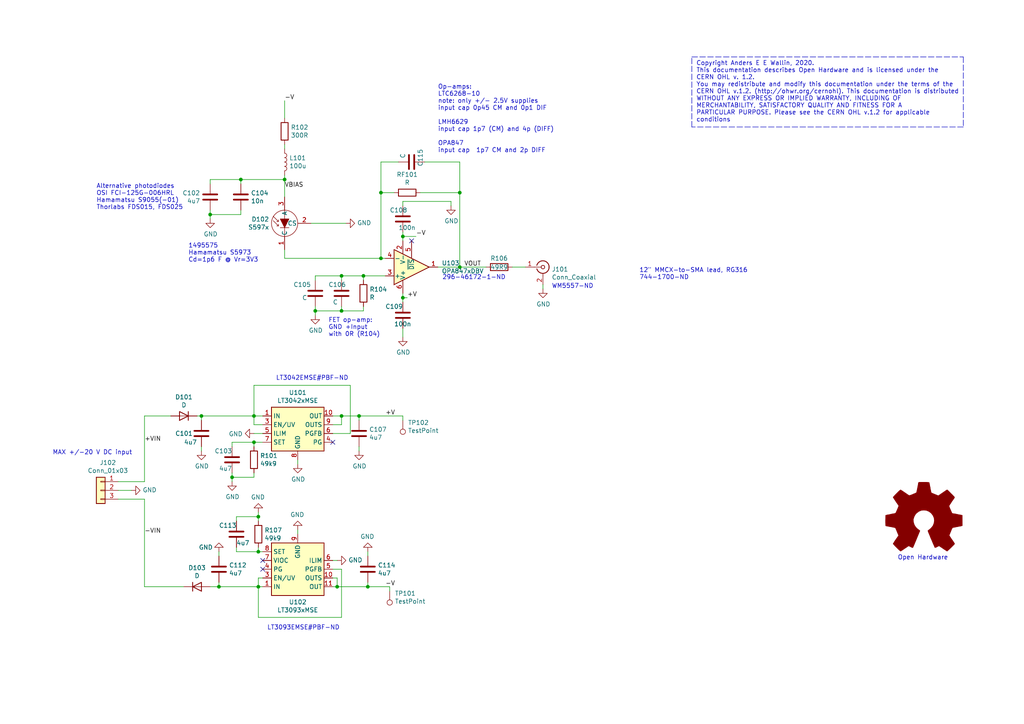
<source format=kicad_sch>
(kicad_sch (version 20211123) (generator eeschema)
  (paper "A4")
  (title_block (title "1\" Photodiode Transimpedance Amplifier - SOT23") (date "2019-12-20") (rev "draft") (company "anders.e.e.wallin \"at\" gmail.com"))
  (lib_symbols
    (symbol "Amplifier_Operational:OPA847xDBV" (pin_names (offset 0.127))
      (property "Reference" "U" (at -1.27 6.35 0))
      (property "Value" "OPA847xDBV" (at -1.27 3.81 0))
      (symbol "OPA847xDBV_0_1"
        (polyline (pts (xy -5.08 5.08) (xy 5.08 0) (xy -5.08 -5.08) (xy -5.08 5.08)) (stroke (width 0.254)) (fill (type background)))
        (pin power_in line (at -2.54 -7.62 90) (length 3.81) (name "V-") (number "2"))
        (pin power_in line (at -2.54 7.62 270) (length 3.81) (name "V+") (number "6"))
      )
      (symbol "OPA847xDBV_1_1"
        (pin output line (at 7.62 0 180) (length 2.54) (name "~") (number "1"))
        (pin input line (at -7.62 2.54 0) (length 2.54) (name "+") (number "3"))
        (pin input line (at -7.62 -2.54 0) (length 2.54) (name "-") (number "4"))
        (pin input line (at 0 -7.62 90) (length 5.08) (name "~{DIS}") (number "5"))
      )
    )
    (symbol "Connector:Conn_Coaxial" (pin_names (offset 1.016) hide)
      (property "Reference" "J" (at 0.254 3.048 0))
      (property "Value" "Conn_Coaxial" (at 2.921 0 90))
      (symbol "Conn_Coaxial_0_1"
        (arc (start -1.778 -0.508) (mid 0.2311 -1.8066) (end 1.778 0) (stroke (width 0.254)))
        (polyline (pts (xy -2.54 0) (xy -0.508 0)))
        (polyline (pts (xy 0 -2.54) (xy 0 -1.778)))
        (circle (center 0 0) (radius 0.508) (stroke (width 0.2032)))
        (arc (start 1.778 0) (mid 0.2099 1.8101) (end -1.778 0.508) (stroke (width 0.254)))
      )
      (symbol "Conn_Coaxial_1_1"
        (pin passive line (at -5.08 0 0) (length 2.54) (name "In") (number "1"))
        (pin passive line (at 0 -5.08 90) (length 2.54) (name "Ext") (number "2"))
      )
    )
    (symbol "Connector:TestPoint" (pin_numbers hide) (pin_names (offset 0.762) hide)
      (property "Reference" "TP" (at 0 6.858 0))
      (property "Value" "TestPoint" (at 0 5.08 0))
      (symbol "TestPoint_0_1"
        (circle (center 0 3.302) (radius 0.762))
      )
      (symbol "TestPoint_1_1"
        (pin passive line (at 0 0 90) (length 2.54) (name "1") (number "1"))
      )
    )
    (symbol "Connector_Generic:Conn_01x03" (pin_names (offset 1.016) hide)
      (property "Reference" "J" (at 0 5.08 0))
      (property "Value" "Conn_01x03" (at 0 -5.08 0))
      (symbol "Conn_01x03_1_1"
        (rectangle (start -1.27 -2.413) (end 0 -2.667) (stroke (width 0.1524)))
        (rectangle (start -1.27 0.127) (end 0 -0.127) (stroke (width 0.1524)))
        (rectangle (start -1.27 2.667) (end 0 2.413) (stroke (width 0.1524)))
        (rectangle (start -1.27 3.81) (end 1.27 -3.81) (stroke (width 0.254)) (fill (type background)))
        (pin passive line (at -5.08 2.54 0) (length 3.81) (name "Pin_1") (number "1"))
        (pin passive line (at -5.08 0 0) (length 3.81) (name "Pin_2") (number "2"))
        (pin passive line (at -5.08 -2.54 0) (length 3.81) (name "Pin_3") (number "3"))
      )
    )
    (symbol "Device:C" (pin_numbers hide) (pin_names (offset 0.254))
      (property "Reference" "C" (at 0.635 2.54 0))
      (property "Value" "C" (at 0.635 -2.54 0))
      (symbol "C_0_1"
        (polyline (pts (xy -2.032 -0.762) (xy 2.032 -0.762)) (stroke (width 0.508)))
        (polyline (pts (xy -2.032 0.762) (xy 2.032 0.762)) (stroke (width 0.508)))
      )
      (symbol "C_1_1"
        (pin passive line (at 0 3.81 270) (length 2.794) (name "~") (number "1"))
        (pin passive line (at 0 -3.81 90) (length 2.794) (name "~") (number "2"))
      )
    )
    (symbol "Device:D" (pin_numbers hide) (pin_names (offset 1.016) hide)
      (property "Reference" "D" (at 0 2.54 0))
      (property "Value" "D" (at 0 -2.54 0))
      (symbol "D_0_1"
        (polyline (pts (xy -1.27 1.27) (xy -1.27 -1.27)) (stroke (width 0.254)))
        (polyline (pts (xy 1.27 0) (xy -1.27 0)))
        (polyline (pts (xy 1.27 1.27) (xy 1.27 -1.27) (xy -1.27 0) (xy 1.27 1.27)) (stroke (width 0.254)))
      )
      (symbol "D_1_1"
        (pin passive line (at -3.81 0 0) (length 2.54) (name "K") (number "1"))
        (pin passive line (at 3.81 0 180) (length 2.54) (name "A") (number "2"))
      )
    )
    (symbol "Device:L" (pin_numbers hide) (pin_names (offset 1.016) hide)
      (property "Reference" "L" (at -1.27 0 90))
      (property "Value" "L" (at 1.905 0 90))
      (symbol "L_0_1"
        (arc (start 0 -2.54) (mid 0.635 -1.905) (end 0 -1.27))
        (arc (start 0 -1.27) (mid 0.635 -0.635) (end 0 0))
        (arc (start 0 0) (mid 0.635 0.635) (end 0 1.27))
        (arc (start 0 1.27) (mid 0.635 1.905) (end 0 2.54))
      )
      (symbol "L_1_1"
        (pin passive line (at 0 3.81 270) (length 1.27) (name "1") (number "1"))
        (pin passive line (at 0 -3.81 90) (length 1.27) (name "2") (number "2"))
      )
    )
    (symbol "Device:R" (pin_numbers hide) (pin_names (offset 0))
      (property "Reference" "R" (at 2.032 0 90))
      (property "Value" "R" (at 0 0 90))
      (symbol "R_0_1"
        (rectangle (start -1.016 -2.54) (end 1.016 2.54) (stroke (width 0.254)))
      )
      (symbol "R_1_1"
        (pin passive line (at 0 3.81 270) (length 1.27) (name "~") (number "1"))
        (pin passive line (at 0 -3.81 90) (length 1.27) (name "~") (number "2"))
      )
    )
    (symbol "Graphic:Logo_Open_Hardware_Large" (pin_names (offset 1.016))
      (symbol "Logo_Open_Hardware_Large_1_1"
        (polyline (pts (xy 6.731 -8.7122) (xy 6.6294 -8.6614) (xy 6.35 -8.4836) (xy 5.9944 -8.255) (xy 5.5372 -7.9502) (xy 5.1054 -7.6454) (xy 4.7498 -7.4168) (xy 4.4958 -7.239) (xy 4.3942 -7.1882) (xy 4.318 -7.2136) (xy 4.1148 -7.3152) (xy 3.81 -7.4676) (xy 3.6322 -7.5692) (xy 3.3528 -7.6708) (xy 3.2258 -7.6962) (xy 3.2004 -7.6708) (xy 3.0988 -7.4676) (xy 2.9464 -7.0866) (xy 2.7178 -6.604) (xy 2.4892 -6.0452) (xy 2.2352 -5.4356) (xy 1.9558 -4.826) (xy 1.7272 -4.2164) (xy 1.4986 -3.683) (xy 1.3208 -3.2512) (xy 1.2192 -2.9464) (xy 1.1684 -2.8194) (xy 1.1938 -2.794) (xy 1.3208 -2.667) (xy 1.5748 -2.4892) (xy 2.0828 -2.0574) (xy 2.6162 -1.397) (xy 2.921 -0.6604) (xy 3.048 0.1524) (xy 2.9464 0.9144) (xy 2.6416 1.6256) (xy 2.1336 2.286) (xy 1.524 2.7686) (xy 0.8128 3.0734) (xy 0 3.175) (xy -0.762 3.0988) (xy -1.4986 2.794) (xy -2.159 2.286) (xy -2.4384 1.9812) (xy -2.8194 1.3208) (xy -3.048 0.6096) (xy -3.0734 0.4318) (xy -3.0226 -0.3556) (xy -2.794 -1.0922) (xy -2.3876 -1.7526) (xy -1.8288 -2.3114) (xy -1.7526 -2.3622) (xy -1.4732 -2.5654) (xy -1.2954 -2.6924) (xy -1.1684 -2.8194) (xy -2.159 -5.207) (xy -2.3114 -5.588) (xy -2.5908 -6.2484) (xy -2.8194 -6.8072) (xy -3.0226 -7.2644) (xy -3.1496 -7.5692) (xy -3.2258 -7.6708) (xy -3.2258 -7.6962) (xy -3.302 -7.6962) (xy -3.4798 -7.6454) (xy -3.8354 -7.4676) (xy -4.0386 -7.366) (xy -4.2926 -7.239) (xy -4.4196 -7.1882) (xy -4.5212 -7.239) (xy -4.7498 -7.3914) (xy -5.1054 -7.6454) (xy -5.5372 -7.9248) (xy -5.9436 -8.2042) (xy -6.3246 -8.4582) (xy -6.604 -8.636) (xy -6.731 -8.7122) (xy -6.7564 -8.7122) (xy -6.858 -8.636) (xy -7.0866 -8.4582) (xy -7.4168 -8.1534) (xy -7.874 -7.6962) (xy -7.9502 -7.62) (xy -8.3312 -7.239) (xy -8.636 -6.9088) (xy -8.8392 -6.6802) (xy -8.9154 -6.5786) (xy -8.9154 -6.5786) (xy -8.8392 -6.4516) (xy -8.6614 -6.1722) (xy -8.4328 -5.7912) (xy -8.128 -5.3594) (xy -7.3152 -4.191) (xy -7.7724 -3.0988) (xy -7.8994 -2.7686) (xy -8.0772 -2.3622) (xy -8.2042 -2.0828) (xy -8.255 -1.9558) (xy -8.382 -1.905) (xy -8.6614 -1.8542) (xy -9.0932 -1.7526) (xy -9.6266 -1.651) (xy -10.1092 -1.5748) (xy -10.541 -1.4732) (xy -10.8712 -1.4224) (xy -11.0236 -1.397) (xy -11.049 -1.3716) (xy -11.0744 -1.2954) (xy -11.0998 -1.143) (xy -11.0998 -0.889) (xy -11.1252 -0.4572) (xy -11.1252 0.1524) (xy -11.1252 0.2286) (xy -11.0998 0.8128) (xy -11.0998 1.27) (xy -11.0744 1.5494) (xy -11.0744 1.6764) (xy -11.0744 1.6764) (xy -10.922 1.7018) (xy -10.6172 1.778) (xy -10.16 1.8542) (xy -9.652 1.9558) (xy -9.6012 1.9812) (xy -9.0932 2.0828) (xy -8.636 2.159) (xy -8.3312 2.2352) (xy -8.2042 2.286) (xy -8.1788 2.3114) (xy -8.0772 2.5146) (xy -7.9248 2.8448) (xy -7.747 3.2512) (xy -7.5692 3.6576) (xy -7.4168 4.0386) (xy -7.3152 4.318) (xy -7.2898 4.445) (xy -7.2898 4.445) (xy -7.366 4.572) (xy -7.5438 4.826) (xy -7.7978 5.207) (xy -8.128 5.6642) (xy -8.128 5.6896) (xy -8.4328 6.1468) (xy -8.6868 6.5278) (xy -8.8392 6.7818) (xy -8.9154 6.9088) (xy -8.9154 6.9088) (xy -8.8138 7.0358) (xy -8.5852 7.2898) (xy -8.255 7.6454) (xy -7.874 8.0264) (xy -7.747 8.1534) (xy -7.3152 8.5852) (xy -7.0104 8.8646) (xy -6.8326 8.9916) (xy -6.731 9.0424) (xy -6.731 9.0424) (xy -6.604 8.9408) (xy -6.3246 8.763) (xy -5.9436 8.509) (xy -5.4864 8.2042) (xy -5.461 8.1788) (xy -5.0038 7.874) (xy -4.6482 7.62) (xy -4.3688 7.4422) (xy -4.2672 7.3914) (xy -4.2418 7.3914) (xy -4.064 7.4422) (xy -3.7338 7.5438) (xy -3.3528 7.6962) (xy -2.9464 7.874) (xy -2.5654 8.0264) (xy -2.286 8.1534) (xy -2.159 8.2296) (xy -2.159 8.2296) (xy -2.1082 8.382) (xy -2.032 8.7122) (xy -1.9304 9.1694) (xy -1.8288 9.7282) (xy -1.8034 9.8044) (xy -1.7018 10.3378) (xy -1.6256 10.7696) (xy -1.5748 11.0744) (xy -1.524 11.2014) (xy -1.4478 11.2268) (xy -1.1938 11.2522) (xy -0.8128 11.2522) (xy -0.3302 11.2522) (xy 0.1524 11.2522) (xy 0.6604 11.2522) (xy 1.0668 11.2268) (xy 1.3716 11.2014) (xy 1.4986 11.176) (xy 1.4986 11.176) (xy 1.5494 11.0236) (xy 1.6256 10.6934) (xy 1.7018 10.2108) (xy 1.8288 9.6774) (xy 1.8288 9.5758) (xy 1.9304 9.0424) (xy 2.032 8.6106) (xy 2.0828 8.3058) (xy 2.1336 8.2042) (xy 2.159 8.1788) (xy 2.3876 8.0772) (xy 2.7432 7.9248) (xy 3.175 7.747) (xy 4.191 7.3406) (xy 5.461 8.2042) (xy 5.5626 8.2804) (xy 6.0198 8.5852) (xy 6.3754 8.8392) (xy 6.6294 8.9916) (xy 6.7564 9.0424) (xy 6.7564 9.0424) (xy 6.8834 8.9408) (xy 7.1374 8.7122) (xy 7.4676 8.382) (xy 7.8486 7.9756) (xy 8.1534 7.6962) (xy 8.4836 7.3406) (xy 8.7122 7.112) (xy 8.8392 6.9596) (xy 8.8646 6.858) (xy 8.8646 6.8072) (xy 8.7884 6.6802) (xy 8.6106 6.4008) (xy 8.3312 6.0198) (xy 8.0264 5.588) (xy 7.7978 5.207) (xy 7.5184 4.8006) (xy 7.3406 4.4958) (xy 7.2898 4.3434) (xy 7.2898 4.2926) (xy 7.3914 4.0386) (xy 7.5184 3.683) (xy 7.7216 3.2258) (xy 8.1534 2.2352) (xy 8.7884 2.1082) (xy 9.1948 2.0574) (xy 9.7536 1.9304) (xy 10.2616 1.8288) (xy 11.0998 1.6764) (xy 11.1252 -1.3208) (xy 10.9982 -1.3716) (xy 10.8712 -1.397) (xy 10.5664 -1.4732) (xy 10.1346 -1.5494) (xy 9.6266 -1.651) (xy 9.1948 -1.7272) (xy 8.7376 -1.8288) (xy 8.4328 -1.8796) (xy 8.2804 -1.905) (xy 8.255 -1.9558) (xy 8.1534 -2.159) (xy 7.9756 -2.5146) (xy 7.8232 -2.921) (xy 7.6454 -3.3274) (xy 7.493 -3.7338) (xy 7.366 -4.0132) (xy 7.3406 -4.191) (xy 7.3914 -4.2926) (xy 7.5692 -4.5466) (xy 7.7978 -4.9276) (xy 8.1026 -5.3594) (xy 8.4074 -5.7912) (xy 8.6614 -6.1722) (xy 8.8138 -6.4262) (xy 8.89 -6.5532) (xy 8.8646 -6.6548) (xy 8.6868 -6.858) (xy 8.3566 -7.1882) (xy 7.874 -7.6708) (xy 7.7978 -7.747) (xy 7.3914 -8.128) (xy 7.0612 -8.4328) (xy 6.8326 -8.636) (xy 6.731 -8.7122)) (fill (type outline)))
      )
    )
    (symbol "Regulator_Linear:LT3042xMSE"
      (property "Reference" "U" (at -6.35 6.35 0))
      (property "Value" "LT3042xMSE" (at 1.27 6.35 0))
      (symbol "LT3042xMSE_0_1"
        (rectangle (start -7.62 5.08) (end 7.62 -7.62) (stroke (width 0.254)) (fill (type background)))
      )
      (symbol "LT3042xMSE_1_1"
        (pin power_in line (at -10.16 2.54 0) (length 2.54) (name "IN") (number "1"))
        (pin power_out line (at 10.16 2.54 180) (length 2.54) (name "OUT") (number "10"))
        (pin passive line (at 0 -10.16 90) (length 2.54) hide (name "GND") (number "11"))
        (pin passive line (at -10.16 2.54 0) (length 2.54) hide (name "IN") (number "2"))
        (pin input line (at -10.16 0 0) (length 2.54) (name "EN/UV") (number "3"))
        (pin open_collector line (at 10.16 -5.08 180) (length 2.54) (name "PG") (number "4"))
        (pin passive line (at -10.16 -2.54 0) (length 2.54) (name "ILIM") (number "5"))
        (pin input line (at 10.16 -2.54 180) (length 2.54) (name "PGFB") (number "6"))
        (pin passive line (at -10.16 -5.08 0) (length 2.54) (name "SET") (number "7"))
        (pin power_in line (at 0 -10.16 90) (length 2.54) (name "GND") (number "8"))
        (pin input line (at 10.16 0 180) (length 2.54) (name "OUTS") (number "9"))
      )
    )
    (symbol "circulaire-rescue:LT3093xMSE-aw"
      (property "Reference" "U" (at -6.35 6.35 0))
      (property "Value" "LT3093xMSE-aw" (at 1.27 6.35 0))
      (symbol "LT3093xMSE-aw_0_0"
        (pin power_out line (at 10.16 2.54 180) (length 2.54) hide (name "OUT") (number "12"))
        (pin passive line (at -10.16 2.54 0) (length 2.54) hide (name "IN") (number "13"))
      )
      (symbol "LT3093xMSE-aw_0_1"
        (rectangle (start 7.62 5.08) (end -7.62 -10.16) (stroke (width 0.254)) (fill (type background)))
      )
      (symbol "LT3093xMSE-aw_1_1"
        (pin power_in line (at -10.16 2.54 0) (length 2.54) (name "IN") (number "1"))
        (pin input line (at 10.16 0 180) (length 2.54) (name "OUTS") (number "10"))
        (pin power_out line (at 10.16 2.54 180) (length 2.54) (name "OUT") (number "11"))
        (pin passive line (at -10.16 2.54 0) (length 2.54) hide (name "IN") (number "2"))
        (pin input line (at -10.16 0 0) (length 2.54) (name "EN/UV") (number "3"))
        (pin open_collector line (at -10.16 -2.54 0) (length 2.54) (name "PG") (number "4"))
        (pin passive line (at 10.16 -2.54 180) (length 2.54) (name "PGFB") (number "5"))
        (pin passive line (at 10.16 -5.08 180) (length 2.54) (name "ILIM") (number "6"))
        (pin passive line (at -10.16 -5.08 0) (length 2.54) (name "VIOC") (number "7"))
        (pin passive line (at -10.16 -7.62 0) (length 2.54) (name "SET") (number "8"))
        (pin input line (at 0 -12.7 90) (length 2.54) (name "GND") (number "9"))
      )
    )
    (symbol "circulaire-rescue:S597x-aw" (pin_names (offset 0.254))
      (property "Reference" "D" (at 2.54 -5.08 0))
      (property "Value" "S597x-aw" (at 5.08 5.08 0))
      (symbol "S597x-aw_0_0"
        (pin passive line (at 0 -7.62 90) (length 3.81) (name "CS") (number "2"))
      )
      (symbol "S597x-aw_0_1"
        (polyline (pts (xy -1.27 0) (xy -3.81 0)))
        (polyline (pts (xy -1.27 1.27) (xy -1.27 -1.27)) (stroke (width 0.1524)))
        (polyline (pts (xy -0.762 1.778) (xy -0.254 1.778)))
        (polyline (pts (xy 3.81 0) (xy 1.27 0)))
        (polyline (pts (xy 0.762 3.302) (xy -0.762 1.778) (xy -0.762 2.286)))
        (polyline (pts (xy -1.27 0) (xy 1.27 1.27) (xy 1.27 -1.27) (xy -1.27 0)) (fill (type outline)))
        (polyline (pts (xy 2.032 3.302) (xy 0.508 1.778) (xy 0.508 2.286) (xy 0.508 1.778) (xy 1.016 1.778)))
        (circle (center 0 0) (radius 3.81))
      )
      (symbol "S597x-aw_1_1"
        (pin passive line (at -7.62 0 0) (length 3.81) (name "C") (number "1"))
        (pin passive line (at 7.62 0 180) (length 3.81) (name "A") (number "3"))
      )
    )
    (symbol "power:GND" (power) (pin_names (offset 0))
      (property "Value" "GND" (at 0 -3.81 0))
      (symbol "GND_0_1"
        (polyline (pts (xy 0 0) (xy 0 -1.27) (xy 1.27 -1.27) (xy 0 -2.54) (xy -1.27 -1.27) (xy 0 -1.27)))
      )
      (symbol "GND_1_1"
        (pin power_in line (at 0 0 270) (length 0) hide (name "GND") (number "1"))
      )
    )
  )
  (junction (at 82.55 52.07))
  (junction (at 99.06 120.65))
  (junction (at 63.5 170.18))
  (junction (at 97.79 170.18))
  (junction (at 74.93 160.02))
  (junction (at 99.06 80.01))
  (junction (at 73.66 128.27))
  (junction (at 133.35 55.88))
  (junction (at 106.68 170.18))
  (junction (at 73.66 120.65))
  (junction (at 69.85 52.07))
  (junction (at 116.84 86.36))
  (junction (at 91.44 90.17))
  (junction (at 110.49 55.88))
  (junction (at 116.84 68.58))
  (junction (at 60.96 62.23))
  (junction (at 99.06 90.17))
  (junction (at 133.35 77.47))
  (junction (at 67.31 138.43))
  (junction (at 104.14 120.65))
  (junction (at 74.93 149.86))
  (junction (at 110.49 74.93))
  (junction (at 74.93 170.18))
  (junction (at 58.42 120.65))
  (junction (at 105.41 80.01))
  (no_connect (at 76.2 165.1))
  (no_connect (at 76.2 162.56))
  (no_connect (at 96.52 128.27))
  (no_connect (at 119.38 69.85))
  (wire (pts (xy 99.06 88.9) (xy 99.06 90.17)))
  (wire (pts (xy 104.14 121.92) (xy 104.14 120.65)))
  (wire (pts (xy 116.84 58.42) (xy 130.81 58.42)))
  (wire (pts (xy 91.44 90.17) (xy 91.44 88.9)))
  (polyline (pts (xy 279.4 36.83) (xy 200.66 36.83)))
  (wire (pts (xy 74.93 149.86) (xy 74.93 151.13)))
  (wire (pts (xy 73.66 120.65) (xy 58.42 120.65)))
  (wire (pts (xy 99.06 165.1) (xy 99.06 179.07)))
  (wire (pts (xy 99.06 90.17) (xy 91.44 90.17)))
  (wire (pts (xy 74.93 160.02) (xy 68.58 160.02)))
  (wire (pts (xy 73.66 137.16) (xy 73.66 138.43)))
  (wire (pts (xy 82.55 50.8) (xy 82.55 52.07)))
  (wire (pts (xy 105.41 90.17) (xy 99.06 90.17)))
  (polyline (pts (xy 200.66 16.51) (xy 279.4 16.51)))
  (wire (pts (xy 69.85 52.07) (xy 69.85 53.34)))
  (wire (pts (xy 116.84 58.42) (xy 116.84 59.69)))
  (wire (pts (xy 63.5 161.29) (xy 63.5 160.02)))
  (wire (pts (xy 110.49 74.93) (xy 82.55 74.93)))
  (wire (pts (xy 123.19 46.99) (xy 133.35 46.99)))
  (wire (pts (xy 76.2 120.65) (xy 73.66 120.65)))
  (wire (pts (xy 73.66 129.54) (xy 73.66 128.27)))
  (wire (pts (xy 99.06 179.07) (xy 74.93 179.07)))
  (wire (pts (xy 116.84 86.36) (xy 118.11 86.36)))
  (wire (pts (xy 49.53 120.65) (xy 41.91 120.65)))
  (wire (pts (xy 96.52 125.73) (xy 101.6 125.73)))
  (wire (pts (xy 86.36 154.94) (xy 86.36 153.67)))
  (wire (pts (xy 41.91 144.78) (xy 41.91 170.18)))
  (wire (pts (xy 60.96 52.07) (xy 60.96 53.34)))
  (wire (pts (xy 74.93 160.02) (xy 74.93 158.75)))
  (wire (pts (xy 67.31 139.7) (xy 67.31 138.43)))
  (wire (pts (xy 69.85 62.23) (xy 60.96 62.23)))
  (wire (pts (xy 58.42 130.81) (xy 58.42 129.54)))
  (wire (pts (xy 68.58 149.86) (xy 68.58 151.13)))
  (wire (pts (xy 97.79 167.64) (xy 97.79 170.18)))
  (wire (pts (xy 116.84 67.31) (xy 116.84 68.58)))
  (wire (pts (xy 106.68 170.18) (xy 113.03 170.18)))
  (wire (pts (xy 106.68 170.18) (xy 97.79 170.18)))
  (wire (pts (xy 105.41 88.9) (xy 105.41 90.17)))
  (wire (pts (xy 57.15 120.65) (xy 58.42 120.65)))
  (wire (pts (xy 34.29 144.78) (xy 41.91 144.78)))
  (wire (pts (xy 63.5 170.18) (xy 60.96 170.18)))
  (wire (pts (xy 116.84 68.58) (xy 116.84 69.85)))
  (wire (pts (xy 111.76 80.01) (xy 105.41 80.01)))
  (wire (pts (xy 74.93 148.59) (xy 74.93 149.86)))
  (wire (pts (xy 96.52 123.19) (xy 99.06 123.19)))
  (wire (pts (xy 38.1 142.24) (xy 34.29 142.24)))
  (wire (pts (xy 90.17 64.77) (xy 100.33 64.77)))
  (wire (pts (xy 68.58 160.02) (xy 68.58 158.75)))
  (wire (pts (xy 113.03 170.18) (xy 113.03 171.45)))
  (wire (pts (xy 116.84 86.36) (xy 116.84 87.63)))
  (wire (pts (xy 73.66 128.27) (xy 67.31 128.27)))
  (wire (pts (xy 76.2 123.19) (xy 73.66 123.19)))
  (wire (pts (xy 60.96 62.23) (xy 60.96 63.5)))
  (wire (pts (xy 76.2 160.02) (xy 74.93 160.02)))
  (wire (pts (xy 152.4 77.47) (xy 148.59 77.47)))
  (polyline (pts (xy 279.4 16.51) (xy 279.4 36.83)))
  (wire (pts (xy 133.35 46.99) (xy 133.35 55.88)))
  (wire (pts (xy 74.93 149.86) (xy 68.58 149.86)))
  (wire (pts (xy 110.49 55.88) (xy 114.3 55.88)))
  (wire (pts (xy 74.93 170.18) (xy 63.5 170.18)))
  (wire (pts (xy 104.14 130.81) (xy 104.14 129.54)))
  (wire (pts (xy 82.55 74.93) (xy 82.55 72.39)))
  (wire (pts (xy 82.55 57.15) (xy 82.55 52.07)))
  (wire (pts (xy 130.81 59.69) (xy 130.81 58.42)))
  (wire (pts (xy 99.06 123.19) (xy 99.06 120.65)))
  (wire (pts (xy 133.35 77.47) (xy 127 77.47)))
  (wire (pts (xy 133.35 55.88) (xy 133.35 77.47)))
  (wire (pts (xy 86.36 134.62) (xy 86.36 133.35)))
  (wire (pts (xy 41.91 170.18) (xy 53.34 170.18)))
  (wire (pts (xy 76.2 170.18) (xy 74.93 170.18)))
  (wire (pts (xy 74.93 179.07) (xy 74.93 170.18)))
  (wire (pts (xy 82.55 52.07) (xy 69.85 52.07)))
  (wire (pts (xy 97.79 170.18) (xy 96.52 170.18)))
  (wire (pts (xy 58.42 120.65) (xy 58.42 121.92)))
  (wire (pts (xy 106.68 161.29) (xy 106.68 160.02)))
  (wire (pts (xy 76.2 125.73) (xy 73.66 125.73)))
  (wire (pts (xy 116.84 68.58) (xy 120.65 68.58)))
  (wire (pts (xy 76.2 128.27) (xy 73.66 128.27)))
  (wire (pts (xy 96.52 165.1) (xy 99.06 165.1)))
  (wire (pts (xy 106.68 168.91) (xy 106.68 170.18)))
  (wire (pts (xy 99.06 120.65) (xy 104.14 120.65)))
  (wire (pts (xy 110.49 46.99) (xy 110.49 55.88)))
  (wire (pts (xy 73.66 138.43) (xy 67.31 138.43)))
  (wire (pts (xy 67.31 138.43) (xy 67.31 137.16)))
  (wire (pts (xy 82.55 43.18) (xy 82.55 41.91)))
  (wire (pts (xy 96.52 120.65) (xy 99.06 120.65)))
  (wire (pts (xy 73.66 111.76) (xy 73.66 120.65)))
  (wire (pts (xy 101.6 125.73) (xy 101.6 111.76)))
  (wire (pts (xy 105.41 80.01) (xy 105.41 81.28)))
  (wire (pts (xy 96.52 167.64) (xy 97.79 167.64)))
  (wire (pts (xy 76.2 167.64) (xy 74.93 167.64)))
  (wire (pts (xy 140.97 77.47) (xy 133.35 77.47)))
  (wire (pts (xy 74.93 167.64) (xy 74.93 170.18)))
  (wire (pts (xy 63.5 168.91) (xy 63.5 170.18)))
  (wire (pts (xy 69.85 52.07) (xy 60.96 52.07)))
  (wire (pts (xy 60.96 60.96) (xy 60.96 62.23)))
  (polyline (pts (xy 200.66 36.83) (xy 200.66 16.51)))
  (wire (pts (xy 91.44 80.01) (xy 91.44 81.28)))
  (wire (pts (xy 157.48 83.82) (xy 157.48 82.55)))
  (wire (pts (xy 111.76 74.93) (xy 110.49 74.93)))
  (wire (pts (xy 115.57 46.99) (xy 110.49 46.99)))
  (wire (pts (xy 101.6 111.76) (xy 73.66 111.76)))
  (wire (pts (xy 41.91 120.65) (xy 41.91 139.7)))
  (wire (pts (xy 105.41 80.01) (xy 99.06 80.01)))
  (wire (pts (xy 97.79 162.56) (xy 96.52 162.56)))
  (wire (pts (xy 91.44 91.44) (xy 91.44 90.17)))
  (wire (pts (xy 67.31 128.27) (xy 67.31 129.54)))
  (wire (pts (xy 82.55 34.29) (xy 82.55 29.21)))
  (wire (pts (xy 99.06 80.01) (xy 91.44 80.01)))
  (wire (pts (xy 116.84 121.92) (xy 116.84 120.65)))
  (wire (pts (xy 69.85 60.96) (xy 69.85 62.23)))
  (wire (pts (xy 41.91 139.7) (xy 34.29 139.7)))
  (wire (pts (xy 121.92 55.88) (xy 133.35 55.88)))
  (wire (pts (xy 73.66 123.19) (xy 73.66 120.65)))
  (wire (pts (xy 99.06 80.01) (xy 99.06 81.28)))
  (wire (pts (xy 116.84 85.09) (xy 116.84 86.36)))
  (wire (pts (xy 116.84 95.25) (xy 116.84 97.79)))
  (wire (pts (xy 110.49 55.88) (xy 110.49 74.93)))
  (wire (pts (xy 104.14 120.65) (xy 116.84 120.65)))
  (text "Copyright Anders E E Wallin, 2020.\nThis documentation describes Open Hardware and is licensed under the\nCERN OHL v. 1.2.\nYou may redistribute and modify this documentation under the terms of the\nCERN OHL v.1.2. (http://ohwr.org/cernohl). This documentation is distributed\nWITHOUT ANY EXPRESS OR IMPLIED WARRANTY, INCLUDING OF\nMERCHANTABILITY, SATISFACTORY QUALITY AND FITNESS FOR A\nPARTICULAR PURPOSE. Please see the CERN OHL v.1.2 for applicable\nconditions\n" (at 201.93 35.56 0) (effects (font (size 1.27 1.27)) (justify left bottom)))
  (text "296-46172-1-ND" (at 128.27 81.28 0) (effects (font (size 1.27 1.27)) (justify left bottom)))
  (text "1495575\nHamamatsu S5973\nCd=1p6 F @ Vr=3V3" (at 54.61 76.2 0) (effects (font (size 1.27 1.27)) (justify left bottom)))
  (text "Alternative photodiodes\nOSI FCI-125G-006HRL\nHamamatsu S9055(-01)\nThorlabs FDS015, FDS025" (at 27.94 60.96 0) (effects (font (size 1.27 1.27)) (justify left bottom)))
  (text "Open Hardware" (at 260.35 162.56 0) (effects (font (size 1.27 1.27)) (justify left bottom)))
  (text "FET op-amp: \nGND +Input \nwith 0R (R104)" (at 95.25 97.79 0) (effects (font (size 1.27 1.27)) (justify left bottom)))
  (text "12\" MMCX-to-SMA lead, RG316\n744-1700-ND" (at 185.42 81.28 0) (effects (font (size 1.27 1.27)) (justify left bottom)))
  (text "Op-amps:\nLTC6268-10\nnote: only +/- 2.5V supplies\ninput cap 0p45 CM and 0p1 DIF \n\nLMH6629\ninput cap 1p7 (CM) and 4p (DIFF)\n\nOPA847\ninput cap  1p7 CM and 2p DIFF" (at 127 44.45 0) (effects (font (size 1.27 1.27)) (justify left bottom)))
  (text "MAX +/-20 V DC input" (at 15.24 132.08 0) (effects (font (size 1.27 1.27)) (justify left bottom)))
  (text "LT3042EMSE#PBF-ND" (at 80.01 110.49 0) (effects (font (size 1.27 1.27)) (justify left bottom)))
  (text "LT3093EMSE#PBF-ND" (at 77.47 182.88 0) (effects (font (size 1.27 1.27)) (justify left bottom)))
  (text "WM5557-ND" (at 160.02 83.82 0) (effects (font (size 1.27 1.27)) (justify left bottom)))
  (label "+V" (at 111.76 120.65 0))
  (label "-VIN" (at 41.91 154.94 0))
  (label "-V" (at 82.55 29.21 0))
  (label "VBIAS" (at 82.55 54.61 0))
  (label "-V" (at 111.76 170.18 0))
  (label "+V" (at 118.11 86.36 0))
  (label "VOUT" (at 134.62 77.47 0))
  (label "+VIN" (at 41.91 128.27 0))
  (label "-V" (at 120.65 68.58 0))
  (symbol (lib_id "Regulator_Linear:LT3042xMSE") (at 86.36 123.19 0) (unit 1)
    (property "Reference" "U101" (at 86.36 113.8682 0))
    (property "Value" "LT3042xMSE" (at 86.36 116.1796 0))
    (property "Footprint" "Package_SO:MSOP-10-1EP_3x3mm_P0.5mm_EP1.68x1.88mm" (effects hide))
    (property "Datasheet" "https://www.analog.com/media/en/technical-documentation/data-sheets/3042fb.pdf" (effects hide))
  )
  (symbol (lib_id "circulaire-rescue:LT3093xMSE-aw") (at 86.36 167.64 0) (mirror x) (unit 1)
    (property "Reference" "U102" (at 86.36 174.625 0))
    (property "Value" "LT3093xMSE" (at 86.36 176.9364 0))
    (property "Footprint" "Package_SO:MSOP-12-1EP_3x4mm_P0.65mm_EP1.65x2.85mm" (effects hide))
  )
  (symbol (lib_id "power:GND") (at 86.36 134.62 0) (unit 1)
    (property "Reference" "#PWR0107" (effects hide))
    (property "Value" "GND" (at 86.487 139.0142 0))
  )
  (symbol (lib_id "power:GND") (at 73.66 125.73 270) (unit 1)
    (property "Reference" "#PWR0108" (effects hide))
    (property "Value" "GND" (at 70.4088 125.857 90) (effects (justify right)))
  )
  (symbol (lib_id "Device:C") (at 58.42 125.73 0) (unit 1)
    (property "Reference" "C101" (at 50.8 125.73 0) (effects (justify left)))
    (property "Value" "4u7" (at 53.34 128.27 0) (effects (justify left)))
    (property "Footprint" "Capacitor_SMD:C_0603_1608Metric" (effects hide))
  )
  (symbol (lib_id "power:GND") (at 58.42 130.81 0) (unit 1)
    (property "Reference" "#PWR0109" (effects hide))
    (property "Value" "GND" (at 58.547 135.2042 0))
  )
  (symbol (lib_id "Device:D") (at 53.34 120.65 180) (unit 1)
    (property "Reference" "D101" (at 53.34 115.1636 0))
    (property "Value" "D" (at 53.34 117.475 0))
    (property "Footprint" "Diode_SMD:D_SOD-323F" (effects hide))
  )
  (symbol (lib_id "Device:R") (at 73.66 133.35 0) (unit 1)
    (property "Reference" "R101" (at 75.438 132.1816 0) (effects (justify left)))
    (property "Value" "49k9" (at 75.438 134.493 0) (effects (justify left)))
    (property "Footprint" "Resistor_SMD:R_0603_1608Metric" (effects hide))
  )
  (symbol (lib_id "Device:C") (at 67.31 133.35 0) (unit 1)
    (property "Reference" "C103" (at 62.23 130.81 0) (effects (justify left)))
    (property "Value" "4u7" (at 63.5 135.89 0) (effects (justify left)))
    (property "Footprint" "Capacitor_SMD:C_0603_1608Metric" (effects hide))
  )
  (symbol (lib_id "power:GND") (at 67.31 139.7 0) (unit 1)
    (property "Reference" "#PWR0110" (effects hide))
    (property "Value" "GND" (at 67.437 144.0942 0))
  )
  (symbol (lib_id "Device:C") (at 104.14 125.73 0) (unit 1)
    (property "Reference" "C107" (at 107.061 124.5616 0) (effects (justify left)))
    (property "Value" "4u7" (at 107.061 126.873 0) (effects (justify left)))
    (property "Footprint" "Capacitor_SMD:C_0603_1608Metric" (effects hide))
  )
  (symbol (lib_id "power:GND") (at 104.14 130.81 0) (unit 1)
    (property "Reference" "#PWR0111" (effects hide))
    (property "Value" "GND" (at 104.267 135.2042 0))
  )
  (symbol (lib_id "Device:R") (at 74.93 154.94 0) (unit 1)
    (property "Reference" "R107" (at 76.708 153.7716 0) (effects (justify left)))
    (property "Value" "49k9" (at 76.708 156.083 0) (effects (justify left)))
    (property "Footprint" "Resistor_SMD:R_0603_1608Metric" (effects hide))
  )
  (symbol (lib_id "Device:C") (at 68.58 154.94 0) (unit 1)
    (property "Reference" "C113" (at 63.5 152.4 0) (effects (justify left)))
    (property "Value" "4u7" (at 68.58 157.48 0) (effects (justify left)))
    (property "Footprint" "Capacitor_SMD:C_0603_1608Metric" (effects hide))
  )
  (symbol (lib_id "Device:C") (at 63.5 165.1 0) (unit 1)
    (property "Reference" "C112" (at 66.421 163.9316 0) (effects (justify left)))
    (property "Value" "4u7" (at 66.421 166.243 0) (effects (justify left)))
    (property "Footprint" "Capacitor_SMD:C_0603_1608Metric" (effects hide))
  )
  (symbol (lib_id "Device:D") (at 57.15 170.18 0) (mirror x) (unit 1)
    (property "Reference" "D103" (at 57.15 164.6936 0))
    (property "Value" "D" (at 57.15 167.005 0))
    (property "Footprint" "Diode_SMD:D_SOD-323F" (effects hide))
  )
  (symbol (lib_id "power:GND") (at 63.5 160.02 180) (unit 1)
    (property "Reference" "#PWR0112" (effects hide))
    (property "Value" "GND" (at 59.69 158.75 0))
  )
  (symbol (lib_id "power:GND") (at 74.93 148.59 180) (unit 1)
    (property "Reference" "#PWR0113" (effects hide))
    (property "Value" "GND" (at 74.803 144.1958 0))
  )
  (symbol (lib_id "power:GND") (at 86.36 153.67 180) (unit 1)
    (property "Reference" "#PWR0114" (effects hide))
    (property "Value" "GND" (at 86.233 149.2758 0))
  )
  (symbol (lib_id "power:GND") (at 97.79 162.56 90) (unit 1)
    (property "Reference" "#PWR0115" (effects hide))
    (property "Value" "GND" (at 101.0412 162.433 90) (effects (justify right)))
  )
  (symbol (lib_id "Device:C") (at 106.68 165.1 0) (unit 1)
    (property "Reference" "C114" (at 109.601 163.9316 0) (effects (justify left)))
    (property "Value" "4u7" (at 109.601 166.243 0) (effects (justify left)))
    (property "Footprint" "Capacitor_SMD:C_0603_1608Metric" (effects hide))
  )
  (symbol (lib_id "power:GND") (at 106.68 160.02 180) (unit 1)
    (property "Reference" "#PWR0116" (effects hide))
    (property "Value" "GND" (at 106.553 155.6258 0))
  )
  (symbol (lib_id "Connector_Generic:Conn_01x03") (at 29.21 142.24 0) (mirror y) (unit 1)
    (property "Reference" "J102" (at 31.2928 134.1882 0))
    (property "Value" "Conn_01x03" (at 31.2928 136.4996 0))
    (property "Footprint" "Connector_PinHeader_2.54mm:PinHeader_1x03_P2.54mm_Vertical" (effects hide))
  )
  (symbol (lib_id "power:GND") (at 38.1 142.24 90) (unit 1)
    (property "Reference" "#PWR0117" (effects hide))
    (property "Value" "GND" (at 41.3512 142.113 90) (effects (justify right)))
  )
  (symbol (lib_id "circulaire-rescue:S597x-aw") (at 82.55 64.77 90) (unit 1)
    (property "Reference" "D102" (at 78.0542 63.6016 90) (effects (justify left)))
    (property "Value" "S597x" (at 78.0542 65.913 90) (effects (justify left)))
    (property "Footprint" "Package_TO_SOT_THT:TO-18-3" (effects hide))
    (property "Datasheet" "http://www.osram-os.com/Graphics/XPic5/00215016_0.pdf/BP%20104%20FS.pdf" (effects hide))
  )
  (symbol (lib_id "power:GND") (at 100.33 64.77 90) (unit 1)
    (property "Reference" "#PWR0101" (effects hide))
    (property "Value" "GND" (at 103.5812 64.643 90) (effects (justify right)))
  )
  (symbol (lib_id "Amplifier_Operational:OPA847xDBV") (at 119.38 77.47 0) (mirror x) (unit 1)
    (property "Reference" "U103" (at 128.1176 76.3016 0) (effects (justify left)))
    (property "Value" "OPA847xDBV" (at 128.1176 78.613 0) (effects (justify left)))
    (property "Footprint" "Package_TO_SOT_SMD:SOT-23-6" (effects hide))
    (property "Datasheet" "http://www.ti.com/lit/ds/symlink/opa847.pdf" (effects hide))
  )
  (symbol (lib_id "Device:R") (at 118.11 55.88 270) (unit 1)
    (property "Reference" "RF101" (at 118.11 50.6222 90))
    (property "Value" "R" (at 118.11 52.9336 90))
    (property "Footprint" "Resistor_SMD:R_0603_1608Metric" (effects hide))
  )
  (symbol (lib_id "Device:R") (at 144.78 77.47 270) (unit 1)
    (property "Reference" "R106" (at 144.78 74.93 90))
    (property "Value" "49R9" (at 144.78 77.47 90))
    (property "Footprint" "Resistor_SMD:R_0603_1608Metric" (effects hide))
  )
  (symbol (lib_id "Connector:Conn_Coaxial") (at 157.48 77.47 0) (unit 1)
    (property "Reference" "J101" (at 160.02 78.105 0) (effects (justify left)))
    (property "Value" "Conn_Coaxial" (at 160.02 80.4164 0) (effects (justify left)))
    (property "Footprint" "Connector_Coaxial:MMCX_Molex_73415-1471_Vertical" (effects hide))
    (property "Datasheet" " ~" (effects hide))
  )
  (symbol (lib_id "power:GND") (at 157.48 83.82 0) (unit 1)
    (property "Reference" "#PWR0102" (effects hide))
    (property "Value" "GND" (at 157.607 88.2142 0))
  )
  (symbol (lib_id "Device:R") (at 105.41 85.09 180) (unit 1)
    (property "Reference" "R104" (at 107.188 83.9216 0) (effects (justify right)))
    (property "Value" "R" (at 107.188 86.233 0) (effects (justify right)))
    (property "Footprint" "Resistor_SMD:R_0603_1608Metric" (effects hide))
  )
  (symbol (lib_id "Device:C") (at 99.06 85.09 0) (unit 1)
    (property "Reference" "C106" (at 95.25 82.55 0) (effects (justify left)))
    (property "Value" "C" (at 96.52 87.63 0) (effects (justify left)))
    (property "Footprint" "Capacitor_SMD:C_0603_1608Metric" (effects hide))
  )
  (symbol (lib_id "Device:C") (at 91.44 85.09 0) (unit 1)
    (property "Reference" "C105" (at 85.09 82.55 0) (effects (justify left)))
    (property "Value" "C" (at 87.63 86.36 0) (effects (justify left)))
    (property "Footprint" "Capacitor_SMD:C_0603_1608Metric" (effects hide))
  )
  (symbol (lib_id "power:GND") (at 91.44 91.44 0) (unit 1)
    (property "Reference" "#PWR0103" (effects hide))
    (property "Value" "GND" (at 91.567 95.8342 0))
  )
  (symbol (lib_id "Device:C") (at 116.84 91.44 0) (unit 1)
    (property "Reference" "C109" (at 111.76 88.9 0) (effects (justify left)))
    (property "Value" "100n" (at 114.3 93.98 0) (effects (justify left)))
    (property "Footprint" "Capacitor_SMD:C_0603_1608Metric" (effects hide))
  )
  (symbol (lib_id "Device:C") (at 116.84 63.5 0) (unit 1)
    (property "Reference" "C108" (at 113.03 60.96 0) (effects (justify left)))
    (property "Value" "100n" (at 115.57 66.04 0) (effects (justify left)))
    (property "Footprint" "Capacitor_SMD:C_0603_1608Metric" (effects hide))
  )
  (symbol (lib_id "power:GND") (at 116.84 97.79 0) (unit 1)
    (property "Reference" "#PWR0104" (effects hide))
    (property "Value" "GND" (at 116.967 102.1842 0))
  )
  (symbol (lib_id "power:GND") (at 130.81 59.69 0) (unit 1)
    (property "Reference" "#PWR0105" (effects hide))
    (property "Value" "GND" (at 130.937 64.0842 0))
  )
  (symbol (lib_id "Device:C") (at 69.85 57.15 0) (unit 1)
    (property "Reference" "C104" (at 72.771 55.9816 0) (effects (justify left)))
    (property "Value" "10n" (at 72.771 58.293 0) (effects (justify left)))
    (property "Footprint" "Capacitor_SMD:C_0603_1608Metric" (effects hide))
  )
  (symbol (lib_id "Device:C") (at 60.96 57.15 0) (mirror y) (unit 1)
    (property "Reference" "C102" (at 58.039 55.9816 0) (effects (justify left)))
    (property "Value" "4u7" (at 58.039 58.293 0) (effects (justify left)))
    (property "Footprint" "Capacitor_SMD:C_0603_1608Metric" (effects hide))
  )
  (symbol (lib_id "power:GND") (at 60.96 63.5 0) (unit 1)
    (property "Reference" "#PWR0106" (effects hide))
    (property "Value" "GND" (at 61.087 67.8942 0))
  )
  (symbol (lib_id "Device:L") (at 82.55 46.99 0) (unit 1)
    (property "Reference" "L101" (at 83.8962 45.8216 0) (effects (justify left)))
    (property "Value" "100u" (at 83.8962 48.133 0) (effects (justify left)))
    (property "Footprint" "Inductor_SMD:L_0805_2012Metric" (effects hide))
  )
  (symbol (lib_id "Device:R") (at 82.55 38.1 0) (unit 1)
    (property "Reference" "R102" (at 84.328 36.9316 0) (effects (justify left)))
    (property "Value" "300R" (at 84.328 39.243 0) (effects (justify left)))
    (property "Footprint" "Resistor_SMD:R_0603_1608Metric" (effects hide))
  )
  (symbol (lib_id "Graphic:Logo_Open_Hardware_Large") (at 267.97 151.13 0) (unit 1)
    (property "Reference" "#LOGO101" (effects hide))
    (property "Value" "Logo_Open_Hardware_Large" (effects hide))
  )
  (symbol (lib_id "Connector:TestPoint") (at 116.84 121.92 180) (unit 1)
    (property "Reference" "TP102" (at 118.3132 122.5804 0) (effects (justify right)))
    (property "Value" "TestPoint" (at 118.3132 124.8918 0) (effects (justify right)))
    (property "Footprint" "TestPoint:TestPoint_THTPad_D1.0mm_Drill0.5mm" (effects hide))
  )
  (symbol (lib_id "Connector:TestPoint") (at 113.03 171.45 180) (unit 1)
    (property "Reference" "TP101" (at 114.5032 172.1104 0) (effects (justify right)))
    (property "Value" "TestPoint" (at 114.5032 174.4218 0) (effects (justify right)))
    (property "Footprint" "TestPoint:TestPoint_THTPad_D1.0mm_Drill0.5mm" (effects hide))
  )
  (symbol (lib_id "Device:C") (at 119.38 46.99 270) (unit 1)
    (property "Reference" "C115" (at 121.92 43.18 0) (effects (justify left)))
    (property "Value" "C" (at 116.84 44.45 0) (effects (justify left)))
    (property "Footprint" "Capacitor_SMD:C_0603_1608Metric" (effects hide))
  )
)
</source>
